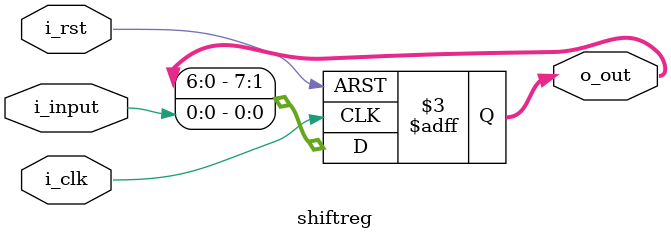
<source format=v>
`default_nettype none

module shiftreg #(
  parameter     WIDTH = 8
) (
  input   wire                i_clk,
  input   wire                i_rst,
  input   wire                i_input,
  output  reg  [(WIDTH-1):0]  o_out
);
  initial o_out     = 0;

  always @(posedge i_clk or posedge i_rst) begin
    if (i_rst)
      o_out <= 0;
    else
      o_out <= { o_out[(WIDTH-2):0], i_input };
  end

endmodule

</source>
